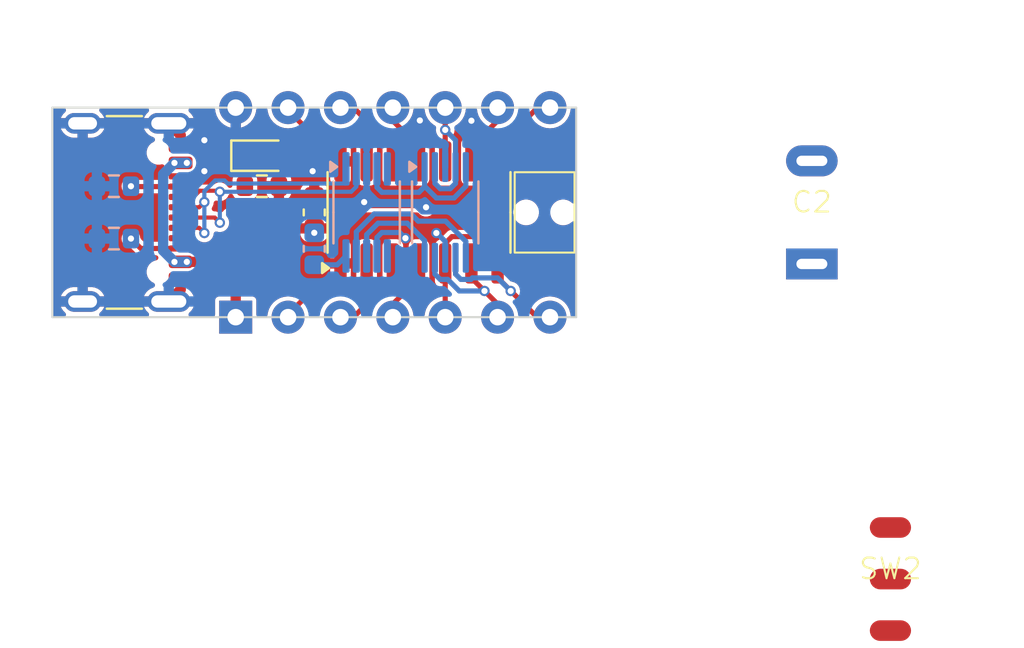
<source format=kicad_pcb>
(kicad_pcb (version 20240108) (generator "pcbnew") (generator_version "8.0")
  (layers (0 "F.Cu" signal) (31 "B.Cu" signal) (34 "B.Paste" user) (35 "F.Paste" user) (36 "B.SilkS" user "B.Silkscreen") (37 "F.SilkS" user "F.Silkscreen") (38 "B.Mask" user) (39 "F.Mask" user) (44 "Edge.Cuts" user))
  (net 0 "")
  (net 1 "GND")
  (net 2 "Net-(U2-V3)")
  (net 3 "D+")
  (net 4 "D-")
  (net 5 "PA3")
  (net 6 "PA6")
  (net 7 "Net-(D1-K)")
  (net 8 "PA7")
  (net 9 "PA1")
  (net 10 "Net-(J1-CC1)")
  (net 11 "Net-(J1-CC2)")
  (net 12 "PA2")
  (net 13 "VCC")
  (net 14 "/Vedlc")
  (net 15 "UPDI")
  (net 16 "PA5")
  (net 17 "PB0")
  (net 18 "PA4")
  (net 19 "PB2")
  (net 20 "PB1")
  (net 21 "PB3")
  (net 24 "TXD")
  (net 25 "TNOW")
  (net 26 "RXD")
  (net 27 "RTS#")
  (footprint "Capacitor_SMD:C_0603_1608Metric" (layer "F.Cu") (at 105.08 100 90)
    (property "Reference" "C1" (hide yes))
    (property "Value" "4u7" (hide yes))
    (fp_line (start -0.14058 -0.51) (end 0.14058 -0.51) (stroke (width 0.12)) (layer "F.SilkS"))
    (fp_line (start -0.14058 0.51) (end 0.14058 0.51) (stroke (width 0.12)) (layer "F.SilkS"))
    (pad "1" smd roundrect (at -0.775 0 90) (size 0.9 0.95) (layers "F.Cu" "F.Paste" "F.Mask") (net 13 "VCC"))
    (pad "2" smd roundrect (at 0.775 0 90) (size 0.9 0.95) (layers "F.Cu" "F.Paste" "F.Mask") (net 1 "GND"))
  )
  (footprint "LED_SMD:LED_0603_1608Metric" (layer "F.Cu") (at 102.54 97.25)
    (property "Reference" "D1" (hide yes))
    (property "Value" "LED" (hide yes))
    (fp_line (start -1.485 -0.735) (end -1.485 0.735) (stroke (width 0.12)) (layer "F.SilkS"))
    (fp_line (start -1.485 0.735) (end 0.8 0.735) (stroke (width 0.12)) (layer "F.SilkS"))
    (fp_line (start 0.8 -0.735) (end -1.485 -0.735) (stroke (width 0.12)) (layer "F.SilkS"))
    (pad "1" smd roundrect (at -0.7875 0) (size 0.875 0.95) (layers "F.Cu" "F.Paste" "F.Mask") (net 7 "Net-(D1-K)"))
    (pad "2" smd roundrect (at 0.7875 0) (size 0.875 0.95) (layers "F.Cu" "F.Paste" "F.Mask") (net 5 "PA3"))
  )
  (footprint "Library:sw" (layer "F.Cu") (at 133.02 117.78)
    (property "Reference" "SW2" (at 0 -0.5 0) (layer "F.SilkS") (effects (font (thickness 0.1))))
    (property "Value" "SW_SPDT")
    (pad "1" smd roundrect (at 0 -2.5) (size 2 1) (layers "F.Cu" "F.Paste" "F.Mask") (roundrect_rratio 0.5))
    (pad "2" smd roundrect (at 0 0) (size 2 1) (layers "F.Cu" "F.Paste" "F.Mask") (roundrect_rratio 0.5) (net 13 "VCC"))
    (pad "3" smd roundrect (at 0 2.5) (size 2 1) (layers "F.Cu" "F.Paste" "F.Mask") (roundrect_rratio 0.5) (net 14 "/Vedlc"))
  )
  (footprint "Package_SO:SOIC-14_3.9x8.7mm_P1.27mm" (layer "F.Cu") (at 110.16 100 90)
    (property "Reference" "U1" (hide yes))
    (property "Value" "ATtiny1604-SS" (hide yes))
    (fp_line (start 0 -4.435) (end 1.95 -4.435) (stroke (width 0.12)) (layer "F.SilkS"))
    (fp_line (start 0 -4.435) (end -1.95 -4.435) (stroke (width 0.12)) (layer "F.SilkS"))
    (fp_line (start 0 4.435) (end 1.95 4.435) (stroke (width 0.12)) (layer "F.SilkS"))
    (fp_line (start 0 4.435) (end -1.95 4.435) (stroke (width 0.12)) (layer "F.SilkS"))
    (fp_poly (pts (xy -2.7 -4.37) (xy -2.94 -4.7) (xy -2.46 -4.7) (xy -2.7 -4.37)) (stroke (width 0.12)) (fill solid) (layer "F.SilkS"))
    (pad "1" smd roundrect (at -2.475 -3.81 90) (size 1.95 0.6) (layers "F.Cu" "F.Paste" "F.Mask") (net 13 "VCC"))
    (pad "2" smd roundrect (at -2.475 -2.54 90) (size 1.95 0.6) (layers "F.Cu" "F.Paste" "F.Mask") (net 18 "PA4"))
    (pad "3" smd roundrect (at -2.475 -1.27 90) (size 1.95 0.6) (layers "F.Cu" "F.Paste" "F.Mask") (net 16 "PA5"))
    (pad "4" smd roundrect (at -2.475 0 90) (size 1.95 0.6) (layers "F.Cu" "F.Paste" "F.Mask") (net 6 "PA6"))
    (pad "5" smd roundrect (at -2.475 1.27 90) (size 1.95 0.6) (layers "F.Cu" "F.Paste" "F.Mask") (net 8 "PA7"))
    (pad "6" smd roundrect (at -2.475 2.54 90) (size 1.95 0.6) (layers "F.Cu" "F.Paste" "F.Mask") (net 21 "PB3"))
    (pad "7" smd roundrect (at -2.475 3.81 90) (size 1.95 0.6) (layers "F.Cu" "F.Paste" "F.Mask") (net 19 "PB2"))
    (pad "8" smd roundrect (at 2.475 3.81 90) (size 1.95 0.6) (layers "F.Cu" "F.Paste" "F.Mask") (net 20 "PB1"))
    (pad "9" smd roundrect (at 2.475 2.54 90) (size 1.95 0.6) (layers "F.Cu" "F.Paste" "F.Mask") (net 17 "PB0"))
    (pad "10" smd roundrect (at 2.475 1.27 90) (size 1.95 0.6) (layers "F.Cu" "F.Paste" "F.Mask") (net 15 "UPDI"))
    (pad "11" smd roundrect (at 2.475 0 90) (size 1.95 0.6) (layers "F.Cu" "F.Paste" "F.Mask") (net 9 "PA1"))
    (pad "12" smd roundrect (at 2.475 -1.27 90) (size 1.95 0.6) (layers "F.Cu" "F.Paste" "F.Mask") (net 12 "PA2"))
    (pad "13" smd roundrect (at 2.475 -2.54 90) (size 1.95 0.6) (layers "F.Cu" "F.Paste" "F.Mask") (net 5 "PA3"))
    (pad "14" smd roundrect (at 2.475 -3.81 90) (size 1.95 0.6) (layers "F.Cu" "F.Paste" "F.Mask") (net 1 "GND"))
  )
  (footprint "Resistor_SMD:R_0603_1608Metric" (layer "F.Cu") (at 102.54 98.73)
    (property "Reference" "R1" (hide yes))
    (property "Value" "10k" (hide yes))
    (fp_line (start -0.237258 -0.5225) (end 0.237258 -0.5225) (stroke (width 0.12)) (layer "F.SilkS"))
    (fp_line (start -0.237258 0.5225) (end 0.237258 0.5225) (stroke (width 0.12)) (layer "F.SilkS"))
    (pad "1" smd roundrect (at -0.825 0) (size 0.8 0.95) (layers "F.Cu" "F.Paste" "F.Mask") (net 7 "Net-(D1-K)"))
    (pad "2" smd roundrect (at 0.825 0) (size 0.8 0.95) (layers "F.Cu" "F.Paste" "F.Mask") (net 1 "GND"))
  )
  (footprint "Package_DIP:DIP-14_W10.16mm" (layer "F.Cu") (at 101.27 105.08 90)
    (property "Reference" "J2" (hide yes))
    (property "Value" "Conn_02x07_Counter_Clockwise" (hide yes))
    (pad "1" thru_hole rect (at 0 0 90) (size 1.6 1.6) (drill 0.8) (layers "*.Cu" "*.Mask") (net 13 "VCC"))
    (pad "2" thru_hole oval (at 0 2.54 90) (size 1.6 1.6) (drill 0.8) (layers "*.Cu" "*.Mask") (net 18 "PA4"))
    (pad "3" thru_hole oval (at 0 5.08 90) (size 1.6 1.6) (drill 0.8) (layers "*.Cu" "*.Mask") (net 16 "PA5"))
    (pad "4" thru_hole oval (at 0 7.62 90) (size 1.6 1.6) (drill 0.8) (layers "*.Cu" "*.Mask") (net 6 "PA6"))
    (pad "5" thru_hole oval (at 0 10.16 90) (size 1.6 1.6) (drill 0.8) (layers "*.Cu" "*.Mask") (net 8 "PA7"))
    (pad "6" thru_hole oval (at 0 12.7 90) (size 1.6 1.6) (drill 0.8) (layers "*.Cu" "*.Mask") (net 21 "PB3"))
    (pad "7" thru_hole oval (at 0 15.24 90) (size 1.6 1.6) (drill 0.8) (layers "*.Cu" "*.Mask") (net 19 "PB2"))
    (pad "8" thru_hole oval (at 10.16 15.24 90) (size 1.6 1.6) (drill 0.8) (layers "*.Cu" "*.Mask") (net 20 "PB1"))
    (pad "9" thru_hole oval (at 10.16 12.7 90) (size 1.6 1.6) (drill 0.8) (layers "*.Cu" "*.Mask") (net 17 "PB0"))
    (pad "10" thru_hole oval (at 10.16 10.16 90) (size 1.6 1.6) (drill 0.8) (layers "*.Cu" "*.Mask") (net 15 "UPDI"))
    (pad "11" thru_hole oval (at 10.16 7.62 90) (size 1.6 1.6) (drill 0.8) (layers "*.Cu" "*.Mask") (net 9 "PA1"))
    (pad "12" thru_hole oval (at 10.16 5.08 90) (size 1.6 1.6) (drill 0.8) (layers "*.Cu" "*.Mask") (net 12 "PA2"))
    (pad "13" thru_hole oval (at 10.16 2.54 90) (size 1.6 1.6) (drill 0.8) (layers "*.Cu" "*.Mask") (net 5 "PA3"))
    (pad "14" thru_hole oval (at 10.16 0 90) (size 1.6 1.6) (drill 0.8) (layers "*.Cu" "*.Mask") (net 1 "GND"))
  )
  (footprint "Library:sw_push_smd" (layer "F.Cu") (at 116.25 100 90)
    (property "Reference" "SW1" (hide yes))
    (property "Value" "SW_Push" (hide yes))
    (fp_rect (start -1.95 -1.45) (end 1.95 1.45) (stroke (width 0.1)) (fill none) (layer "F.SilkS"))
    (pad "" np_thru_hole circle (at 0 -0.9 90) (size 0.75 0.75) (drill 0.75) (layers "F&B.Cu" "*.Mask"))
    (pad "" np_thru_hole circle (at 0 0.9 90) (size 0.75 0.75) (drill 0.75) (layers "F&B.Cu" "*.Mask"))
    (pad "1" smd roundrect (at 2.225 0 90) (size 1.05 1.6) (layers "F.Cu" "F.Paste" "F.Mask") (net 1 "GND"))
    (pad "2" smd roundrect (at -2.225 0 90) (size 1.05 1.6) (layers "F.Cu" "F.Paste" "F.Mask") (net 8 "PA7"))
  )
  (footprint "Connector_USB:USB_C_Receptacle_GCT_USB4105-xx-A_16P_TopMnt_Horizontal" (layer "F.Cu") (at 94.92 100 -90)
    (property "Reference" "J1" (hide yes))
    (property "Value" "USB_C_Receptacle_USB2.0_16P" (hide yes))
    (fp_line (start -4.67 -0.1) (end -4.67 -1.8) (stroke (width 0.12)) (layer "F.SilkS"))
    (fp_line (start 4.67 -0.1) (end 4.67 -1.8) (stroke (width 0.12)) (layer "F.SilkS"))
    (pad "" np_thru_hole circle (at -2.89 -2.605 270) (size 0.65 0.65) (drill 0.65) (layers "F&B.Cu" "*.Mask"))
    (pad "" np_thru_hole circle (at 2.89 -2.605 270) (size 0.65 0.65) (drill 0.65) (layers "F&B.Cu" "*.Mask"))
    (pad "A1" smd roundrect (at -3.2 -3.68 270) (size 0.6 1.15) (layers "F.Cu" "F.Paste" "F.Mask") (net 1 "GND"))
    (pad "A4" smd roundrect (at -2.4 -3.68 270) (size 0.6 1.15) (layers "F.Cu" "F.Paste" "F.Mask") (net 13 "VCC"))
    (pad "A5" smd roundrect (at -1.25 -3.68 270) (size 0.3 1.15) (layers "F.Cu" "F.Paste" "F.Mask") (net 10 "Net-(J1-CC1)"))
    (pad "A6" smd roundrect (at -0.25 -3.68 270) (size 0.3 1.15) (layers "F.Cu" "F.Paste" "F.Mask") (net 3 "D+"))
    (pad "A7" smd roundrect (at 0.25 -3.68 270) (size 0.3 1.15) (layers "F.Cu" "F.Paste" "F.Mask") (net 4 "D-"))
    (pad "A8" smd roundrect (at 1.25 -3.68 270) (size 0.3 1.15) (layers "F.Cu" "F.Paste" "F.Mask"))
    (pad "A9" smd roundrect (at 2.4 -3.68 270) (size 0.6 1.15) (layers "F.Cu" "F.Paste" "F.Mask") (net 13 "VCC"))
    (pad "A12" smd roundrect (at 3.2 -3.68 270) (size 0.6 1.15) (layers "F.Cu" "F.Paste" "F.Mask") (net 1 "GND"))
    (pad "B1" smd roundrect (at 3.2 -3.68 270) (size 0.6 1.15) (layers "F.Cu" "F.Paste" "F.Mask") (net 1 "GND"))
    (pad "B4" smd roundrect (at 2.4 -3.68 270) (size 0.6 1.15) (layers "F.Cu" "F.Paste" "F.Mask") (net 13 "VCC"))
    (pad "B5" smd roundrect (at 1.75 -3.68 270) (size 0.3 1.15) (layers "F.Cu" "F.Paste" "F.Mask") (net 11 "Net-(J1-CC2)"))
    (pad "B6" smd roundrect (at 0.75 -3.68 270) (size 0.3 1.15) (layers "F.Cu" "F.Paste" "F.Mask") (net 3 "D+"))
    (pad "B7" smd roundrect (at -0.75 -3.68 270) (size 0.3 1.15) (layers "F.Cu" "F.Paste" "F.Mask") (net 4 "D-"))
    (pad "B8" smd roundrect (at -1.75 -3.68 270) (size 0.3 1.15) (layers "F.Cu" "F.Paste" "F.Mask"))
    (pad "B9" smd roundrect (at -2.4 -3.68 270) (size 0.6 1.15) (layers "F.Cu" "F.Paste" "F.Mask") (net 13 "VCC"))
    (pad "B12" smd roundrect (at -3.2 -3.68 270) (size 0.6 1.15) (layers "F.Cu" "F.Paste" "F.Mask") (net 1 "GND"))
    (pad "S1" thru_hole oval (at -4.32 -3.105 270) (size 1 2.1) (drill oval 0.6 1.7) (layers "*.Cu" "*.Mask" "F.Paste") (net 1 "GND"))
    (pad "S1" thru_hole oval (at -4.32 1.075 270) (size 1 1.8) (drill oval 0.6 1.4) (layers "*.Cu" "*.Mask" "F.Paste") (net 1 "GND"))
    (pad "S1" thru_hole oval (at 4.32 -3.105 270) (size 1 2.1) (drill oval 0.6 1.7) (layers "*.Cu" "*.Mask" "F.Paste") (net 1 "GND"))
    (pad "S1" thru_hole oval (at 4.32 1.075 270) (size 1 1.8) (drill oval 0.6 1.4) (layers "*.Cu" "*.Mask" "F.Paste") (net 1 "GND"))
  )
  (footprint "Library:edlc" (layer "F.Cu") (at 129.21 100)
    (property "Reference" "C2" (at 0 -0.5 0) (layer "F.SilkS") (effects (font (thickness 0.1))))
    (property "Value" "1F5")
    (pad "1" thru_hole oval (at 0 -2.5) (size 2.5 1.5) (drill oval 1.5 0.5) (layers "*.Cu" "*.Mask") (net 14 "/Vedlc"))
    (pad "2" thru_hole rect (at 0 2.5) (size 2.5 1.5) (drill oval 1.5 0.5) (layers "*.Cu" "*.Mask") (net 1 "GND"))
  )
  (footprint "Capacitor_SMD:C_0603_1608Metric" (layer "B.Cu") (at 105.08 101.765 90)
    (property "Reference" "C3" (hide yes))
    (property "Value" "0u1" (hide yes))
    (fp_line (start 0.14058 -0.51) (end -0.14058 -0.51) (stroke (width 0.12)) (layer "B.SilkS"))
    (fp_line (start 0.14058 0.51) (end -0.14058 0.51) (stroke (width 0.12)) (layer "B.SilkS"))
    (pad "1" smd roundrect (at -0.775 0 90) (size 0.9 0.95) (layers "B.Cu" "B.Paste" "B.Mask") (net 2 "Net-(U2-V3)"))
    (pad "2" smd roundrect (at 0.775 0 90) (size 0.9 0.95) (layers "B.Cu" "B.Paste" "B.Mask") (net 13 "VCC"))
  )
  (footprint "Resistor_SMD:R_0603_1608Metric" (layer "B.Cu") (at 95.365 98.73)
    (property "Reference" "R5" (hide yes))
    (property "Value" "5k1" (hide yes))
    (fp_line (start 0.237258 -0.5225) (end -0.237258 -0.5225) (stroke (width 0.12)) (layer "B.SilkS"))
    (fp_line (start 0.237258 0.5225) (end -0.237258 0.5225) (stroke (width 0.12)) (layer "B.SilkS"))
    (pad "1" smd roundrect (at -0.825 0) (size 0.8 0.95) (layers "B.Cu" "B.Paste" "B.Mask") (net 1 "GND"))
    (pad "2" smd roundrect (at 0.825 0) (size 0.8 0.95) (layers "B.Cu" "B.Paste" "B.Mask") (net 10 "Net-(J1-CC1)"))
  )
  (footprint "Resistor_SMD:R_0603_1608Metric" (layer "B.Cu") (at 95.365 101.27 180)
    (property "Reference" "R6" (hide yes))
    (property "Value" "5k1" (hide yes))
    (fp_line (start 0.237258 0.5225) (end -0.237258 0.5225) (stroke (width 0.12)) (layer "B.SilkS"))
    (fp_line (start 0.237258 -0.5225) (end -0.237258 -0.5225) (stroke (width 0.12)) (layer "B.SilkS"))
    (pad "1" smd roundrect (at -0.825 0 180) (size 0.8 0.95) (layers "B.Cu" "B.Paste" "B.Mask") (net 11 "Net-(J1-CC2)"))
    (pad "2" smd roundrect (at 0.825 0 180) (size 0.8 0.95) (layers "B.Cu" "B.Paste" "B.Mask") (net 1 "GND"))
  )
  (footprint "Package_SO:VSSOP-10_3x3mm_P0.5mm" (layer "B.Cu") (at 111.43 100 -90)
    (property "Reference" "U3" (hide yes))
    (property "Value" "TS5A23159DGS" (hide yes))
    (fp_line (start -1.5 1.61) (end 0 1.61) (stroke (width 0.12)) (layer "B.SilkS"))
    (fp_line (start 1.5 1.61) (end 0 1.61) (stroke (width 0.12)) (layer "B.SilkS"))
    (fp_line (start -1.5 -1.61) (end 0 -1.61) (stroke (width 0.12)) (layer "B.SilkS"))
    (fp_line (start 1.5 -1.61) (end 0 -1.61) (stroke (width 0.12)) (layer "B.SilkS"))
    (fp_poly (pts (xy -2.2125 1.41) (xy -2.4525 1.74) (xy -1.9725 1.74) (xy -2.2125 1.41)) (stroke (width 0.12)) (fill solid) (layer "B.SilkS"))
    (pad "1" smd roundrect (at -2.2 1 270) (size 1.45 0.3) (layers "B.Cu" "B.Paste" "B.Mask") (net 27 "RTS#"))
    (pad "2" smd roundrect (at -2.2 0.5 270) (size 1.45 0.3) (layers "B.Cu" "B.Paste" "B.Mask") (net 15 "UPDI"))
    (pad "3" smd roundrect (at -2.2 0 270) (size 1.45 0.3) (layers "B.Cu" "B.Paste" "B.Mask") (net 1 "GND"))
    (pad "4" smd roundrect (at -2.2 -0.5 270) (size 1.45 0.3) (layers "B.Cu" "B.Paste" "B.Mask") (net 15 "UPDI"))
    (pad "5" smd roundrect (at -2.2 -1 270) (size 1.45 0.3) (layers "B.Cu" "B.Paste" "B.Mask") (net 27 "RTS#"))
    (pad "6" smd roundrect (at 2.2 -1 270) (size 1.45 0.3) (layers "B.Cu" "B.Paste" "B.Mask") (net 26 "RXD"))
    (pad "7" smd roundrect (at 2.2 -0.5 270) (size 1.45 0.3) (layers "B.Cu" "B.Paste" "B.Mask") (net 19 "PB2"))
    (pad "8" smd roundrect (at 2.2 0 270) (size 1.45 0.3) (layers "B.Cu" "B.Paste" "B.Mask") (net 13 "VCC"))
    (pad "9" smd roundrect (at 2.2 0.5 270) (size 1.45 0.3) (layers "B.Cu" "B.Paste" "B.Mask") (net 21 "PB3"))
    (pad "10" smd roundrect (at 2.2 1 270) (size 1.45 0.3) (layers "B.Cu" "B.Paste" "B.Mask") (net 24 "TXD"))
  )
  (footprint "Package_SO:MSOP-10_3x3mm_P0.5mm" (layer "B.Cu") (at 107.62 100 -90)
    (property "Reference" "U2" (hide yes))
    (property "Value" "CH340E" (hide yes))
    (fp_line (start -1.5 1.61) (end 0 1.61) (stroke (width 0.12)) (layer "B.SilkS"))
    (fp_line (start 1.5 1.61) (end 0 1.61) (stroke (width 0.12)) (layer "B.SilkS"))
    (fp_line (start -1.5 -1.61) (end 0 -1.61) (stroke (width 0.12)) (layer "B.SilkS"))
    (fp_line (start 1.5 -1.61) (end 0 -1.61) (stroke (width 0.12)) (layer "B.SilkS"))
    (fp_poly (pts (xy -2.2125 1.435) (xy -2.4525 1.765) (xy -1.9725 1.765) (xy -2.2125 1.435)) (stroke (width 0.12)) (fill solid) (layer "B.SilkS"))
    (pad "1" smd roundrect (at -2.1125 1 270) (size 1.625 0.35) (layers "B.Cu" "B.Paste" "B.Mask") (net 3 "D+"))
    (pad "2" smd roundrect (at -2.1125 0.5 270) (size 1.625 0.35) (layers "B.Cu" "B.Paste" "B.Mask") (net 4 "D-"))
    (pad "3" smd roundrect (at -2.1125 0 270) (size 1.625 0.35) (layers "B.Cu" "B.Paste" "B.Mask") (net 1 "GND"))
    (pad "4" smd roundrect (at -2.1125 -0.5 270) (size 1.625 0.35) (layers "B.Cu" "B.Paste" "B.Mask") (net 27 "RTS#"))
    (pad "5" smd roundrect (at -2.1125 -1 270) (size 1.625 0.35) (layers "B.Cu" "B.Paste" "B.Mask"))
    (pad "6" smd roundrect (at 2.1125 -1 270) (size 1.625 0.35) (layers "B.Cu" "B.Paste" "B.Mask") (net 25 "TNOW"))
    (pad "7" smd roundrect (at 2.1125 -0.5 270) (size 1.625 0.35) (layers "B.Cu" "B.Paste" "B.Mask") (net 13 "VCC"))
    (pad "8" smd roundrect (at 2.1125 0 270) (size 1.625 0.35) (layers "B.Cu" "B.Paste" "B.Mask") (net 24 "TXD"))
    (pad "9" smd roundrect (at 2.1125 0.5 270) (size 1.625 0.35) (layers "B.Cu" "B.Paste" "B.Mask") (net 26 "RXD"))
    (pad "10" smd roundrect (at 2.1125 1 270) (size 1.625 0.35) (layers "B.Cu" "B.Paste" "B.Mask") (net 2 "Net-(U2-V3)"))
  )
  (gr_line (start 92.38 94.92) (end 117.78 94.92) (stroke (width 0.1)) (layer "Edge.Cuts"))
  (gr_line (start 92.38 105.08) (end 92.38 94.92) (stroke (width 0.1)) (layer "Edge.Cuts"))
  (gr_line (start 117.78 105.08) (end 92.38 105.08) (stroke (width 0.1)) (layer "Edge.Cuts"))
  (gr_line (start 117.78 94.92) (end 117.78 105.08) (stroke (width 0.1)) (layer "Edge.Cuts"))
  (segment (start 98.6 103.2) (end 98.6 103.745) (width 0.5) (layer "F.Cu") (net 1))
  (segment (start 98.6 103.745) (end 98.025 104.32) (width 0.5) (layer "F.Cu") (net 1))
  (segment (start 98.6 96.255) (end 98.025 95.68) (width 0.5) (layer "F.Cu") (net 1))
  (segment (start 98.6 96.8) (end 98.6 96.255) (width 0.5) (layer "F.Cu") (net 1))
  (via (at 110.5 99.75) (size 0.5) (drill 0.3) (layers "F.Cu" "B.Cu") (net 1))
  (via (at 99.75 96.5) (size 0.5) (drill 0.3) (layers "F.Cu" "B.Cu") (net 1))
  (via (at 107.499123 99.5) (size 0.5) (drill 0.3) (layers "F.Cu" "B.Cu") (net 1))
  (via (at 105 98) (size 0.5) (drill 0.3) (layers "F.Cu" "B.Cu") (net 1))
  (via (at 110.19988 95.541707) (size 0.5) (drill 0.3) (layers "F.Cu" "B.Cu") (net 1))
  (via (at 112.7 95.555) (size 0.5) (drill 0.3) (layers "F.Cu" "B.Cu") (net 1))
  (via (at 99.75 98) (size 0.5) (drill 0.3) (layers "F.Cu" "B.Cu") (net 1))
  (segment (start 106.1925 102.54) (end 106.62 102.1125) (width 0.25) (layer "B.Cu") (net 2))
  (segment (start 105.08 102.54) (end 106.1925 102.54) (width 0.25) (layer "B.Cu") (net 2))
  (segment (start 99.5 99.75) (end 99.75 99.5) (width 0.2) (layer "F.Cu") (net 3))
  (segment (start 99.5 100.75) (end 99.75 101) (width 0.2) (layer "F.Cu") (net 3))
  (segment (start 98.6 99.75) (end 99.5 99.75) (width 0.2) (layer "F.Cu") (net 3))
  (segment (start 98.6 100.75) (end 99.5 100.75) (width 0.2) (layer "F.Cu") (net 3))
  (via (at 99.75 99.5) (size 0.5) (drill 0.3) (layers "F.Cu" "B.Cu") (net 3))
  (via (at 99.75 101) (size 0.5) (drill 0.3) (layers "F.Cu" "B.Cu") (net 3))
  (segment (start 99.75 98.972182) (end 100.272182 98.45) (width 0.2) (layer "B.Cu") (net 3))
  (segment (start 99.75 99.5) (end 99.75 98.972182) (width 0.2) (layer "B.Cu") (net 3))
  (segment (start 100.727818 98.45) (end 100.877818 98.6) (width 0.2) (layer "B.Cu") (net 3))
  (segment (start 106.62 98.6) (end 106.62 97.8875) (width 0.2) (layer "B.Cu") (net 3))
  (segment (start 100.272182 98.45) (end 100.727818 98.45) (width 0.2) (layer "B.Cu") (net 3))
  (segment (start 100.877818 98.6) (end 106.62 98.6) (width 0.2) (layer "B.Cu") (net 3))
  (segment (start 99.75 99.5) (end 99.75 101) (width 0.2) (layer "B.Cu") (net 3))
  (segment (start 100.25 100.25) (end 100.5 100.5) (width 0.2) (layer "F.Cu") (net 4))
  (segment (start 100.45 98.95) (end 100.5 99) (width 0.2) (layer "F.Cu") (net 4))
  (segment (start 99.522182 98.95) (end 100.45 98.95) (width 0.2) (layer "F.Cu") (net 4))
  (segment (start 99.222182 99.25) (end 99.522182 98.95) (width 0.2) (layer "F.Cu") (net 4))
  (segment (start 98.6 100.25) (end 100.25 100.25) (width 0.2) (layer "F.Cu") (net 4))
  (segment (start 98.6 99.25) (end 99.222182 99.25) (width 0.2) (layer "F.Cu") (net 4))
  (via (at 100.5 99) (size 0.5) (drill 0.3) (layers "F.Cu" "B.Cu") (net 4))
  (via (at 100.5 100.5) (size 0.5) (drill 0.3) (layers "F.Cu" "B.Cu") (net 4))
  (segment (start 100.5 99) (end 100.5 100.5) (width 0.2) (layer "B.Cu") (net 4))
  (segment (start 107.12 98.750432) (end 107.12 97.8875) (width 0.2) (layer "B.Cu") (net 4))
  (segment (start 100.5 99) (end 106.870432 99) (width 0.2) (layer "B.Cu") (net 4))
  (segment (start 106.870432 99) (end 107.12 98.750432) (width 0.2) (layer "B.Cu") (net 4))
  (segment (start 107.62 96.550001) (end 107.259999 96.19) (width 0.25) (layer "F.Cu") (net 5))
  (segment (start 103.3275 97.25) (end 103.895 97.25) (width 0.25) (layer "F.Cu") (net 5))
  (segment (start 107.62 97.525) (end 107.62 96.550001) (width 0.25) (layer "F.Cu") (net 5))
  (segment (start 107.259999 96.19) (end 104.955 96.19) (width 0.25) (layer "F.Cu") (net 5))
  (segment (start 104.955 96.19) (end 103.81 95.045) (width 0.25) (layer "F.Cu") (net 5))
  (segment (start 103.895 97.25) (end 104.955 96.19) (width 0.25) (layer "F.Cu") (net 5))
  (segment (start 108.89 104.445) (end 108.89 104.955) (width 0.25) (layer "F.Cu") (net 6))
  (segment (start 110.16 103.175) (end 108.89 104.445) (width 0.25) (layer "F.Cu") (net 6))
  (segment (start 110.16 102.475) (end 110.16 103.175) (width 0.25) (layer "F.Cu") (net 6))
  (segment (start 101.7525 97.25) (end 101.715 97.2875) (width 0.25) (layer "F.Cu") (net 7))
  (segment (start 101.715 97.2875) (end 101.715 98.73) (width 0.25) (layer "F.Cu") (net 7))
  (segment (start 111.755001 101.175) (end 114.320908 101.175) (width 0.25) (layer "F.Cu") (net 8))
  (segment (start 111.43 102.475) (end 111.43 104.955) (width 0.25) (layer "F.Cu") (net 8))
  (segment (start 114.320908 101.175) (end 115.370908 102.225) (width 0.25) (layer "F.Cu") (net 8))
  (segment (start 111.43 101.500001) (end 111.755001 101.175) (width 0.25) (layer "F.Cu") (net 8))
  (segment (start 111.43 102.475) (end 111.43 101.500001) (width 0.25) (layer "F.Cu") (net 8))
  (segment (start 115.370908 102.225) (end 116.25 102.225) (width 0.25) (layer "F.Cu") (net 8))
  (segment (start 110.16 96.825) (end 108.89 95.555) (width 0.25) (layer "F.Cu") (net 9))
  (segment (start 110.16 97.525) (end 110.16 96.825) (width 0.25) (layer "F.Cu") (net 9))
  (segment (start 108.89 95.555) (end 108.89 95.045) (width 0.25) (layer "F.Cu") (net 9))
  (segment (start 96.19 98.73) (end 96.21 98.75) (width 0.25) (layer "F.Cu") (net 10))
  (segment (start 96.21 98.75) (end 98.6 98.75) (width 0.25) (layer "F.Cu") (net 10))
  (via (at 96.19 98.73) (size 0.5) (drill 0.3) (layers "F.Cu" "B.Cu") (net 10))
  (segment (start 96.19 101.27) (end 96.67 101.75) (width 0.25) (layer "F.Cu") (net 11))
  (segment (start 96.67 101.75) (end 98.6 101.75) (width 0.25) (layer "F.Cu") (net 11))
  (via (at 96.19 101.27) (size 0.5) (drill 0.3) (layers "F.Cu" "B.Cu") (net 11))
  (segment (start 108.89 96.825) (end 107.11 95.045) (width 0.25) (layer "F.Cu") (net 12))
  (segment (start 107.11 95.045) (end 106.35 95.045) (width 0.25) (layer "F.Cu") (net 12))
  (segment (start 108.89 97.525) (end 108.89 96.825) (width 0.25) (layer "F.Cu") (net 12))
  (via (at 105.08 100.99) (size 0.5) (drill 0.3) (layers "F.Cu" "B.Cu") (net 13))
  (via (at 98.3 97.6) (size 0.5) (drill 0.3) (layers "F.Cu" "B.Cu") (net 13))
  (via (at 98.9 102.4) (size 0.5) (drill 0.3) (layers "F.Cu" "B.Cu") (net 13))
  (via (at 111 101) (size 0.5) (drill 0.3) (layers "F.Cu" "B.Cu") (net 13))
  (via (at 109.5 101.25) (size 0.5) (drill 0.3) (layers "F.Cu" "B.Cu") (net 13))
  (via (at 98.9 97.6) (size 0.5) (drill 0.3) (layers "F.Cu" "B.Cu") (net 13))
  (via (at 98.3 102.4) (size 0.5) (drill 0.3) (layers "F.Cu" "B.Cu") (net 13))
  (segment (start 109.5 101.25) (end 109.225 100.975) (width 0.25) (layer "B.Cu") (net 13))
  (segment (start 98.3 97.6) (end 97.75 98.15) (width 0.5) (layer "B.Cu") (net 13))
  (segment (start 108.359212 100.975) (end 108.12 101.214212) (width 0.25) (layer "B.Cu") (net 13))
  (segment (start 111.43 101.407236) (end 111.43 102.2) (width 0.25) (layer "B.Cu") (net 13))
  (segment (start 111 101) (end 111.022764 101) (width 0.25) (layer "B.Cu") (net 13))
  (segment (start 109.225 100.975) (end 108.359212 100.975) (width 0.25) (layer "B.Cu") (net 13))
  (segment (start 97.75 101.85) (end 98.3 102.4) (width 0.5) (layer "B.Cu") (net 13))
  (segment (start 97.75 98.15) (end 97.75 101.85) (width 0.5) (layer "B.Cu") (net 13))
  (segment (start 98.3 102.4) (end 98.9 102.4) (width 0.5) (layer "B.Cu") (net 13))
  (segment (start 111.022764 101) (end 111.43 101.407236) (width 0.25) (layer "B.Cu") (net 13))
  (segment (start 108.12 101.214212) (end 108.12 102.1125) (width 0.25) (layer "B.Cu") (net 13))
  (segment (start 98.3 97.6) (end 98.9 97.6) (width 0.5) (layer "B.Cu") (net 13))
  (segment (start 111.43 96) (end 111.43 95.045) (width 0.25) (layer "F.Cu") (net 15))
  (segment (start 111.43 96) (end 111.43 97.525) (width 0.25) (layer "F.Cu") (net 15))
  (via (at 111.43 96) (size 0.5) (drill 0.3) (layers "F.Cu" "B.Cu") (net 15))
  (segment (start 110.93 97.8) (end 110.93 98.592764) (width 0.25) (layer "B.Cu") (net 15))
  (segment (start 111.187236 98.85) (end 111.672764 98.85) (width 0.25) (layer "B.Cu") (net 15))
  (segment (start 110.93 98.592764) (end 111.187236 98.85) (width 0.25) (layer "B.Cu") (net 15))
  (segment (start 111.672764 98.85) (end 111.93 98.592764) (width 0.25) (layer "B.Cu") (net 15))
  (segment (start 111.93 98.592764) (end 111.93 97.8) (width 0.25) (layer "B.Cu") (net 15))
  (segment (start 111.43 96) (end 111.93 96.5) (width 0.25) (layer "B.Cu") (net 15))
  (segment (start 111.93 96.5) (end 111.93 97.8) (width 0.25) (layer "B.Cu") (net 15))
  (segment (start 108.89 103.175) (end 107.11 104.955) (width 0.25) (layer "F.Cu") (net 16))
  (segment (start 108.89 102.475) (end 108.89 103.175) (width 0.25) (layer "F.Cu") (net 16))
  (segment (start 107.11 104.955) (end 106.35 104.955) (width 0.25) (layer "F.Cu") (net 16))
  (segment (start 112.7 96.825) (end 113.97 95.555) (width 0.25) (layer "F.Cu") (net 17))
  (segment (start 112.7 97.525) (end 112.7 96.825) (width 0.25) (layer "F.Cu") (net 17))
  (segment (start 113.97 95.555) (end 113.97 95.045) (width 0.25) (layer "F.Cu") (net 17))
  (segment (start 104.955 103.81) (end 103.81 104.955) (width 0.25) (layer "F.Cu") (net 18))
  (segment (start 107.259999 103.81) (end 104.955 103.81) (width 0.25) (layer "F.Cu") (net 18))
  (segment (start 107.62 103.449999) (end 107.259999 103.81) (width 0.25) (layer "F.Cu") (net 18))
  (segment (start 107.62 102.475) (end 107.62 103.449999) (width 0.25) (layer "F.Cu") (net 18))
  (segment (start 114.605 103.801875) (end 114.605 103.81) (width 0.25) (layer "F.Cu") (net 19))
  (segment (start 114.613125 103.81) (end 115.758125 104.955) (width 0.25) (layer "F.Cu") (net 19))
  (segment (start 113.97 102.475) (end 113.97 103.166875) (width 0.25) (layer "F.Cu") (net 19))
  (segment (start 113.97 103.166875) (end 114.605 103.801875) (width 0.25) (layer "F.Cu") (net 19))
  (segment (start 113.97 103.115) (end 113.97 102.475) (width 0.25) (layer "F.Cu") (net 19))
  (segment (start 115.758125 104.955) (end 116.51 104.955) (width 0.25) (layer "F.Cu") (net 19))
  (segment (start 114.605 103.81) (end 114.613125 103.81) (width 0.25) (layer "F.Cu") (net 19))
  (via (at 114.605 103.81) (size 0.5) (drill 0.3) (layers "F.Cu" "B.Cu") (net 19))
  (segment (start 111.93 102.992764) (end 111.93 102.2) (width 0.25) (layer "B.Cu") (net 19))
  (segment (start 112.747764 103.175) (end 112.672764 103.25) (width 0.25) (layer "B.Cu") (net 19))
  (segment (start 114.605 103.81) (end 113.97 103.175) (width 0.25) (layer "B.Cu") (net 19))
  (segment (start 112.187236 103.25) (end 111.93 102.992764) (width 0.25) (layer "B.Cu") (net 19))
  (segment (start 112.672764 103.25) (end 112.187236 103.25) (width 0.25) (layer "B.Cu") (net 19))
  (segment (start 113.97 103.175) (end 112.747764 103.175) (width 0.25) (layer "B.Cu") (net 19))
  (segment (start 113.97 97.525) (end 113.97 96.8575) (width 0.25) (layer "F.Cu") (net 20))
  (segment (start 115.7825 95.045) (end 116.51 95.045) (width 0.25) (layer "F.Cu") (net 20))
  (segment (start 113.97 96.8575) (end 115.7825 95.045) (width 0.25) (layer "F.Cu") (net 20))
  (segment (start 112.7 103.175) (end 113.97 104.445) (width 0.25) (layer "F.Cu") (net 21))
  (segment (start 113.97 104.445) (end 113.97 104.955) (width 0.25) (layer "F.Cu") (net 21))
  (segment (start 112.7 102.475) (end 112.7 103.175) (width 0.25) (layer "F.Cu") (net 21))
  (via (at 113.335 103.81) (size 0.5) (drill 0.3) (layers "F.Cu" "B.Cu") (net 21))
  (segment (start 111.187236 103.25) (end 110.93 102.992764) (width 0.25) (layer "B.Cu") (net 21))
  (segment (start 113.335 103.81) (end 112.11084 103.81) (width 0.25) (layer "B.Cu") (net 21))
  (segment (start 111.55084 103.25) (end 111.187236 103.25) (width 0.25) (layer "B.Cu") (net 21))
  (segment (start 110.93 102.992764) (end 110.93 102.2) (width 0.25) (layer "B.Cu") (net 21))
  (segment (start 112.11084 103.81) (end 111.55084 103.25) (width 0.25) (layer "B.Cu") (net 21))
  (segment (start 107.62 102.1125) (end 107.62 101.077816) (width 0.25) (layer "B.Cu") (net 24))
  (segment (start 110.43 101.366827) (end 110.43 102.2) (width 0.25) (layer "B.Cu") (net 24))
  (segment (start 107.62 101.077816) (end 108.172816 100.525) (width 0.25) (layer "B.Cu") (net 24))
  (segment (start 108.172816 100.525) (end 109.588173 100.525) (width 0.25) (layer "B.Cu") (net 24))
  (segment (start 109.588173 100.525) (end 110.43 101.366827) (width 0.25) (layer "B.Cu") (net 24))
  (segment (start 107.12 102.1125) (end 107.12 100.94142) (width 0.25) (layer "B.Cu") (net 26))
  (segment (start 112.43 101.407236) (end 112.43 102.2) (width 0.25) (layer "B.Cu") (net 26))
  (segment (start 107.98642 100.075) (end 109.774569 100.075) (width 0.25) (layer "B.Cu") (net 26))
  (segment (start 109.774569 100.075) (end 110.124569 100.425) (width 0.25) (layer "B.Cu") (net 26))
  (segment (start 110.124569 100.425) (end 111.447764 100.425) (width 0.25) (layer "B.Cu") (net 26))
  (segment (start 107.12 100.94142) (end 107.98642 100.075) (width 0.25) (layer "B.Cu") (net 26))
  (segment (start 111.447764 100.425) (end 112.43 101.407236) (width 0.25) (layer "B.Cu") (net 26))
  (segment (start 108.359212 99.025) (end 110.155 99.025) (width 0.25) (layer "B.Cu") (net 27))
  (segment (start 111.85916 99.3) (end 112.43 98.72916) (width 0.25) (layer "B.Cu") (net 27))
  (segment (start 112.43 98.72916) (end 112.43 97.8) (width 0.25) (layer "B.Cu") (net 27))
  (segment (start 110.43 98.75) (end 110.43 98.72916) (width 0.25) (layer "B.Cu") (net 27))
  (segment (start 110.43 97.8) (end 110.43 98.72916) (width 0.25) (layer "B.Cu") (net 27))
  (segment (start 110.155 99.025) (end 110.43 98.75) (width 0.25) (layer "B.Cu") (net 27))
  (segment (start 108.12 97.8875) (end 108.12 98.785788) (width 0.25) (layer "B.Cu") (net 27))
  (segment (start 110.43 98.72916) (end 111.00084 99.3) (width 0.25) (layer "B.Cu") (net 27))
  (segment (start 111.00084 99.3) (end 111.85916 99.3) (width 0.25) (layer "B.Cu") (net 27))
  (segment (start 108.12 98.785788) (end 108.359212 99.025) (width 0.25) (layer "B.Cu") (net 27))
  (zone (net 13) (net_name "VCC") (layer "F.Cu") (priority 1) (connect_pads (clearance 0.2)) (min_thickness 0.25) (fill yes (thermal_gap 0.2) (thermal_bridge_width 0.5))
    (polygon (pts (xy 98.73 107.62) (xy 98.73 100) (xy 120.32 100) (xy 120.32 107.62)))
  )
  (zone (net 1) (net_name "GND") (layer "F.Cu") (connect_pads (clearance 0.2)) (min_thickness 0.25) (fill yes (thermal_gap 0.2) (thermal_bridge_width 0.5))
    (polygon (pts (xy 98.73 107.62) (xy 98.73 100) (xy 120.32 100) (xy 120.32 92.38) (xy 89.84 92.38) (xy 89.84 107.62)))
  )
  (zone (net 1) (net_name "GND") (layer "B.Cu") (priority 2) (connect_pads (clearance 0.2)) (min_thickness 0.25) (fill yes (thermal_gap 0.2) (thermal_bridge_width 0.5))
    (polygon (pts (xy 89.84 92.38) (xy 89.84 107.62) (xy 120.32 107.62) (xy 120.32 92.38)))
  )
)
</source>
